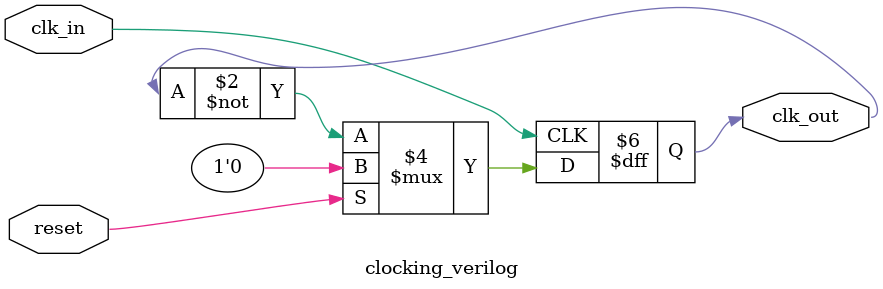
<source format=v>
`timescale 1ns / 1ps
module clocking_verilog(
 input clk_in,reset,
 output reg clk_out
 );
 
    always @ (posedge clk_in)
        begin
            if(reset)
                clk_out <= 1'b0;
                
            else
            clk_out <= ~clk_out ; 
        end
endmodule

</source>
